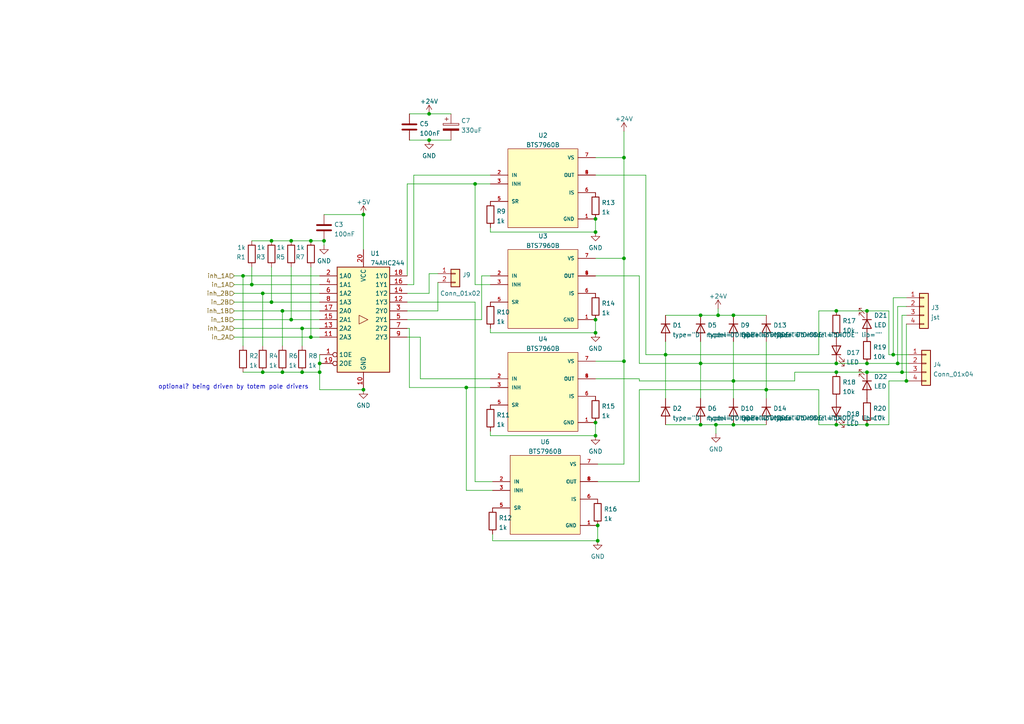
<source format=kicad_sch>
(kicad_sch (version 20230121) (generator eeschema)
  (paper "A4")
  (lib_symbols
    (symbol "74xx:74AHC244"
      (property "Reference" "U" (at -7.62 16.51 0))
      (property "Value" "74AHC244" (at -7.62 -16.51 0))
      (symbol "74AHC244_1_0"
        (polyline (pts (xy 1.27 0) (xy -1.27 1.27) (xy -1.27 -1.27) (xy 1.27 0)) (stroke (width 0.1524)))
        (pin input inverted (at -12.7 -10.16 0) (length 5.08) (name "1OE") (number "1"))
        (pin power_in line (at 0 -20.32 90) (length 5.08) (name "GND") (number "10"))
        (pin input line (at -12.7 -5.08 0) (length 5.08) (name "2A3") (number "11"))
        (pin tri_state line (at 12.7 5.08 180) (length 5.08) (name "1Y3") (number "12"))
        (pin input line (at -12.7 -2.54 0) (length 5.08) (name "2A2") (number "13"))
        (pin tri_state line (at 12.7 7.62 180) (length 5.08) (name "1Y2") (number "14"))
        (pin input line (at -12.7 0 0) (length 5.08) (name "2A1") (number "15"))
        (pin tri_state line (at 12.7 10.16 180) (length 5.08) (name "1Y1") (number "16"))
        (pin input line (at -12.7 2.54 0) (length 5.08) (name "2A0") (number "17"))
        (pin tri_state line (at 12.7 12.7 180) (length 5.08) (name "1Y0") (number "18"))
        (pin input inverted (at -12.7 -12.7 0) (length 5.08) (name "2OE") (number "19"))
        (pin input line (at -12.7 12.7 0) (length 5.08) (name "1A0") (number "2"))
        (pin power_in line (at 0 20.32 270) (length 5.08) (name "VCC") (number "20"))
        (pin tri_state line (at 12.7 2.54 180) (length 5.08) (name "2Y0") (number "3"))
        (pin input line (at -12.7 10.16 0) (length 5.08) (name "1A1") (number "4"))
        (pin tri_state line (at 12.7 0 180) (length 5.08) (name "2Y1") (number "5"))
        (pin input line (at -12.7 7.62 0) (length 5.08) (name "1A2") (number "6"))
        (pin tri_state line (at 12.7 -2.54 180) (length 5.08) (name "2Y2") (number "7"))
        (pin input line (at -12.7 5.08 0) (length 5.08) (name "1A3") (number "8"))
        (pin tri_state line (at 12.7 -5.08 180) (length 5.08) (name "2Y3") (number "9"))
      )
      (symbol "74AHC244_1_1"
        (rectangle (start -7.62 15.24) (end 7.62 -15.24) (stroke (width 0.254)) (fill (type background)))
      )
    )
    (symbol "Connector_Generic:Conn_01x02" (pin_names (offset 1.016) hide)
      (property "Reference" "J" (at 0 2.54 0))
      (property "Value" "Conn_01x02" (at 0 -5.08 0))
      (symbol "Conn_01x02_1_1"
        (rectangle (start -1.27 -2.413) (end 0 -2.667) (stroke (width 0.1524)))
        (rectangle (start -1.27 0.127) (end 0 -0.127) (stroke (width 0.1524)))
        (rectangle (start -1.27 1.27) (end 1.27 -3.81) (stroke (width 0.254)) (fill (type background)))
        (pin passive line (at -5.08 0 0) (length 3.81) (name "Pin_1") (number "1"))
        (pin passive line (at -5.08 -2.54 0) (length 3.81) (name "Pin_2") (number "2"))
      )
    )
    (symbol "Connector_Generic:Conn_01x04" (pin_names (offset 1.016) hide)
      (property "Reference" "J" (at 0 5.08 0))
      (property "Value" "Conn_01x04" (at 0 -7.62 0))
      (symbol "Conn_01x04_1_1"
        (rectangle (start -1.27 -4.953) (end 0 -5.207) (stroke (width 0.1524)))
        (rectangle (start -1.27 -2.413) (end 0 -2.667) (stroke (width 0.1524)))
        (rectangle (start -1.27 0.127) (end 0 -0.127) (stroke (width 0.1524)))
        (rectangle (start -1.27 2.667) (end 0 2.413) (stroke (width 0.1524)))
        (rectangle (start -1.27 3.81) (end 1.27 -6.35) (stroke (width 0.254)) (fill (type background)))
        (pin passive line (at -5.08 2.54 0) (length 3.81) (name "Pin_1") (number "1"))
        (pin passive line (at -5.08 0 0) (length 3.81) (name "Pin_2") (number "2"))
        (pin passive line (at -5.08 -2.54 0) (length 3.81) (name "Pin_3") (number "3"))
        (pin passive line (at -5.08 -5.08 0) (length 3.81) (name "Pin_4") (number "4"))
      )
    )
    (symbol "Device:C" (pin_numbers hide) (pin_names (offset 0.254))
      (property "Reference" "C" (at 0.635 2.54 0))
      (property "Value" "C" (at 0.635 -2.54 0))
      (symbol "C_0_1"
        (polyline (pts (xy -2.032 -0.762) (xy 2.032 -0.762)) (stroke (width 0.508)))
        (polyline (pts (xy -2.032 0.762) (xy 2.032 0.762)) (stroke (width 0.508)))
      )
      (symbol "C_1_1"
        (pin passive line (at 0 3.81 270) (length 2.794) (name "~") (number "1"))
        (pin passive line (at 0 -3.81 90) (length 2.794) (name "~") (number "2"))
      )
    )
    (symbol "Device:C_Polarized" (pin_numbers hide) (pin_names (offset 0.254))
      (property "Reference" "C" (at 0.635 2.54 0))
      (property "Value" "C_Polarized" (at 0.635 -2.54 0))
      (symbol "C_Polarized_0_1"
        (rectangle (start -2.286 0.508) (end 2.286 1.016))
        (polyline (pts (xy -1.778 2.286) (xy -0.762 2.286)))
        (polyline (pts (xy -1.27 2.794) (xy -1.27 1.778)))
        (rectangle (start 2.286 -0.508) (end -2.286 -1.016) (fill (type outline)))
      )
      (symbol "C_Polarized_1_1"
        (pin passive line (at 0 3.81 270) (length 2.794) (name "~") (number "1"))
        (pin passive line (at 0 -3.81 90) (length 2.794) (name "~") (number "2"))
      )
    )
    (symbol "Device:LED" (pin_numbers hide) (pin_names (offset 1.016) hide)
      (property "Reference" "D" (at 0 2.54 0))
      (property "Value" "LED" (at 0 -2.54 0))
      (symbol "LED_0_1"
        (polyline (pts (xy -1.27 -1.27) (xy -1.27 1.27)) (stroke (width 0.254)))
        (polyline (pts (xy -1.27 0) (xy 1.27 0)))
        (polyline (pts (xy 1.27 -1.27) (xy 1.27 1.27) (xy -1.27 0) (xy 1.27 -1.27)) (stroke (width 0.254)))
        (polyline (pts (xy -3.048 -0.762) (xy -4.572 -2.286) (xy -3.81 -2.286) (xy -4.572 -2.286) (xy -4.572 -1.524)))
        (polyline (pts (xy -1.778 -0.762) (xy -3.302 -2.286) (xy -2.54 -2.286) (xy -3.302 -2.286) (xy -3.302 -1.524)))
      )
      (symbol "LED_1_1"
        (pin passive line (at -3.81 0 0) (length 2.54) (name "K") (number "1"))
        (pin passive line (at 3.81 0 180) (length 2.54) (name "A") (number "2"))
      )
    )
    (symbol "Device:R" (pin_numbers hide) (pin_names (offset 0))
      (property "Reference" "R" (at 2.032 0 90))
      (property "Value" "R" (at 0 0 90))
      (symbol "R_0_1"
        (rectangle (start -1.016 -2.54) (end 1.016 2.54) (stroke (width 0.254)))
      )
      (symbol "R_1_1"
        (pin passive line (at 0 3.81 270) (length 1.27) (name "~") (number "1"))
        (pin passive line (at 0 -3.81 90) (length 1.27) (name "~") (number "2"))
      )
    )
    (symbol "Evan's misc parts:BTS7960B" (pin_names (offset 1.016))
      (property "Reference" "U" (at -10.16 10.922 0))
      (property "Value" "BTS7960B" (at -10.16 -15.24 0))
      (symbol "BTS7960B_0_0"
        (rectangle (start -10.16 -12.7) (end 10.16 10.16) (stroke (width 0.1524)) (fill (type background)))
        (pin power_in line (at 15.24 -10.16 180) (length 5.08) (name "GND") (number "1"))
        (pin input line (at -15.24 2.54 0) (length 5.08) (name "IN") (number "2"))
        (pin input line (at -15.24 0 0) (length 5.08) (name "INH") (number "3"))
        (pin output line (at 15.24 2.54 180) (length 5.08) (name "OUT") (number "4"))
        (pin input line (at -15.24 -5.08 0) (length 5.08) (name "SR") (number "5"))
        (pin output line (at 15.24 -2.54 180) (length 5.08) (name "IS") (number "6"))
        (pin power_in line (at 15.24 7.62 180) (length 5.08) (name "VS") (number "7"))
        (pin output line (at 15.24 2.54 180) (length 5.08) (name "OUT") (number "8"))
      )
    )
    (symbol "Simulation_SPICE:DIODE" (pin_numbers hide) (pin_names (offset 1.016) hide)
      (property "Reference" "D" (at 0 2.54 0))
      (property "Value" "DIODE" (at 0 -2.54 0))
      (symbol "DIODE_0_1"
        (polyline (pts (xy 1.27 0) (xy -1.27 0)))
        (polyline (pts (xy 1.27 1.27) (xy 1.27 -1.27)) (stroke (width 0.254)))
        (polyline (pts (xy -1.27 -1.27) (xy -1.27 1.27) (xy 1.27 0) (xy -1.27 -1.27)) (stroke (width 0.254)))
      )
      (symbol "DIODE_1_1"
        (pin passive line (at -3.81 0 0) (length 2.54) (name "A") (number "1"))
        (pin passive line (at 3.81 0 180) (length 2.54) (name "K") (number "2"))
      )
    )
    (symbol "power:+24V" (power) (pin_names (offset 0))
      (property "Value" "+24V" (at 0 3.556 0))
      (symbol "+24V_0_1"
        (polyline (pts (xy -0.762 1.27) (xy 0 2.54)))
        (polyline (pts (xy 0 0) (xy 0 2.54)))
        (polyline (pts (xy 0 2.54) (xy 0.762 1.27)))
      )
      (symbol "+24V_1_1"
        (pin power_in line (at 0 0 90) (length 0) hide (name "+24V") (number "1"))
      )
    )
    (symbol "power:+5V" (power) (pin_names (offset 0))
      (property "Value" "+5V" (at 0 3.556 0))
      (symbol "+5V_0_1"
        (polyline (pts (xy -0.762 1.27) (xy 0 2.54)))
        (polyline (pts (xy 0 0) (xy 0 2.54)))
        (polyline (pts (xy 0 2.54) (xy 0.762 1.27)))
      )
      (symbol "+5V_1_1"
        (pin power_in line (at 0 0 90) (length 0) hide (name "+5V") (number "1"))
      )
    )
    (symbol "power:GND" (power) (pin_names (offset 0))
      (property "Value" "GND" (at 0 -3.81 0))
      (symbol "GND_0_1"
        (polyline (pts (xy 0 0) (xy 0 -1.27) (xy 1.27 -1.27) (xy 0 -2.54) (xy -1.27 -1.27) (xy 0 -1.27)))
      )
      (symbol "GND_1_1"
        (pin power_in line (at 0 0 270) (length 0) hide (name "GND") (number "1"))
      )
    )
  )
  (junction (at 260.35 105.41))
  (junction (at 90.17 97.79))
  (junction (at 92.71 107.95))
  (junction (at 180.975 74.93))
  (junction (at 208.28 91.44))
  (junction (at 212.725 110.49))
  (junction (at 242.57 105.41))
  (junction (at 172.72 126.365))
  (junction (at 193.04 102.87))
  (junction (at 84.455 92.71))
  (junction (at 172.72 63.5))
  (junction (at 137.795 53.34))
  (junction (at 212.725 123.19))
  (junction (at 251.46 107.95))
  (junction (at 222.25 113.03))
  (junction (at 212.725 91.44))
  (junction (at 105.41 113.03))
  (junction (at 251.46 90.17))
  (junction (at 207.645 123.19))
  (junction (at 172.72 96.52))
  (junction (at 81.915 107.95))
  (junction (at 242.57 123.19))
  (junction (at 78.74 87.63))
  (junction (at 93.98 69.85))
  (junction (at 203.2 91.44))
  (junction (at 173.355 156.845))
  (junction (at 251.46 105.41))
  (junction (at 90.17 69.85))
  (junction (at 124.46 40.64))
  (junction (at 242.57 107.95))
  (junction (at 259.08 102.87))
  (junction (at 180.975 104.775))
  (junction (at 92.71 105.41))
  (junction (at 124.46 33.02))
  (junction (at 87.63 95.25))
  (junction (at 70.485 80.01))
  (junction (at 242.57 90.17))
  (junction (at 261.62 107.95))
  (junction (at 172.72 122.555))
  (junction (at 84.455 69.85))
  (junction (at 135.255 112.395))
  (junction (at 81.915 90.17))
  (junction (at 87.63 107.95))
  (junction (at 76.2 107.95))
  (junction (at 76.2 85.09))
  (junction (at 203.2 123.19))
  (junction (at 251.46 123.19))
  (junction (at 172.72 67.31))
  (junction (at 173.355 152.4))
  (junction (at 203.2 105.41))
  (junction (at 105.41 62.23))
  (junction (at 262.89 110.49))
  (junction (at 73.025 82.55))
  (junction (at 180.975 45.72))
  (junction (at 78.74 69.85))
  (junction (at 172.72 92.71))
  (wire (pts (xy 76.2 85.09) (xy 92.71 85.09)))
  (wire (pts (xy 251.46 90.17) (xy 242.57 90.17)))
  (wire (pts (xy 142.875 142.24) (xy 135.255 142.24)))
  (wire (pts (xy 261.62 107.95) (xy 263.525 107.95)))
  (wire (pts (xy 237.49 113.03) (xy 237.49 123.19)))
  (wire (pts (xy 230.505 110.49) (xy 230.505 107.95)))
  (wire (pts (xy 67.945 82.55) (xy 73.025 82.55)))
  (wire (pts (xy 67.945 95.25) (xy 87.63 95.25)))
  (wire (pts (xy 118.745 112.395) (xy 135.255 112.395)))
  (wire (pts (xy 257.81 110.49) (xy 262.89 110.49)))
  (wire (pts (xy 81.915 107.95) (xy 87.63 107.95)))
  (wire (pts (xy 118.11 85.09) (xy 124.46 85.09)))
  (wire (pts (xy 242.57 105.41) (xy 251.46 105.41)))
  (wire (pts (xy 193.04 99.06) (xy 193.04 102.87)))
  (wire (pts (xy 262.89 91.44) (xy 261.62 91.44)))
  (wire (pts (xy 118.11 80.01) (xy 118.11 53.34)))
  (wire (pts (xy 142.24 67.31) (xy 172.72 67.31)))
  (wire (pts (xy 193.04 91.44) (xy 203.2 91.44)))
  (wire (pts (xy 90.17 69.85) (xy 84.455 69.85)))
  (wire (pts (xy 139.7 80.01) (xy 139.7 92.71)))
  (wire (pts (xy 212.725 110.49) (xy 212.725 115.57)))
  (wire (pts (xy 70.485 80.01) (xy 70.485 100.33)))
  (wire (pts (xy 262.89 93.98) (xy 262.89 110.49)))
  (wire (pts (xy 67.945 97.79) (xy 90.17 97.79)))
  (wire (pts (xy 137.795 87.63) (xy 137.795 139.7)))
  (wire (pts (xy 92.71 107.95) (xy 92.71 113.03)))
  (wire (pts (xy 87.63 107.95) (xy 92.71 107.95)))
  (wire (pts (xy 172.72 45.72) (xy 180.975 45.72)))
  (wire (pts (xy 118.745 95.25) (xy 118.745 112.395)))
  (wire (pts (xy 222.25 113.03) (xy 237.49 113.03)))
  (wire (pts (xy 262.89 88.9) (xy 260.35 88.9)))
  (wire (pts (xy 237.49 90.17) (xy 237.49 102.87)))
  (wire (pts (xy 90.17 69.85) (xy 93.98 69.85)))
  (wire (pts (xy 67.945 90.17) (xy 81.915 90.17)))
  (wire (pts (xy 120.015 82.55) (xy 118.11 82.55)))
  (wire (pts (xy 185.42 80.01) (xy 185.42 105.41)))
  (wire (pts (xy 207.645 125.73) (xy 207.645 123.19)))
  (wire (pts (xy 84.455 92.71) (xy 92.71 92.71)))
  (wire (pts (xy 212.725 91.44) (xy 222.25 91.44)))
  (wire (pts (xy 139.7 80.01) (xy 142.24 80.01)))
  (wire (pts (xy 260.35 105.41) (xy 263.525 105.41)))
  (wire (pts (xy 173.355 134.62) (xy 180.975 134.62)))
  (wire (pts (xy 259.08 102.87) (xy 257.81 102.87)))
  (wire (pts (xy 118.11 95.25) (xy 118.745 95.25)))
  (wire (pts (xy 173.355 156.845) (xy 173.355 152.4)))
  (wire (pts (xy 142.875 154.94) (xy 142.875 156.845)))
  (wire (pts (xy 203.2 123.19) (xy 207.645 123.19)))
  (wire (pts (xy 139.7 92.71) (xy 118.11 92.71)))
  (wire (pts (xy 185.42 109.855) (xy 185.42 110.49)))
  (wire (pts (xy 76.2 100.33) (xy 76.2 85.09)))
  (wire (pts (xy 172.72 67.31) (xy 172.72 63.5)))
  (wire (pts (xy 203.2 105.41) (xy 203.2 115.57)))
  (wire (pts (xy 76.2 107.95) (xy 81.915 107.95)))
  (wire (pts (xy 124.46 40.64) (xy 130.81 40.64)))
  (wire (pts (xy 127 90.17) (xy 118.11 90.17)))
  (wire (pts (xy 137.795 82.55) (xy 137.795 53.34)))
  (wire (pts (xy 180.975 74.93) (xy 180.975 104.775)))
  (wire (pts (xy 257.81 123.19) (xy 257.81 110.49)))
  (wire (pts (xy 262.89 110.49) (xy 263.525 110.49)))
  (wire (pts (xy 230.505 107.95) (xy 242.57 107.95)))
  (wire (pts (xy 118.745 33.02) (xy 124.46 33.02)))
  (wire (pts (xy 172.72 74.93) (xy 180.975 74.93)))
  (wire (pts (xy 137.795 53.34) (xy 142.24 53.34)))
  (wire (pts (xy 118.11 87.63) (xy 137.795 87.63)))
  (wire (pts (xy 67.945 87.63) (xy 78.74 87.63)))
  (wire (pts (xy 124.46 85.09) (xy 124.46 79.375)))
  (wire (pts (xy 124.46 79.375) (xy 127 79.375)))
  (wire (pts (xy 142.24 125.095) (xy 142.24 126.365)))
  (wire (pts (xy 135.255 142.24) (xy 135.255 112.395)))
  (wire (pts (xy 185.42 110.49) (xy 212.725 110.49)))
  (wire (pts (xy 185.42 139.7) (xy 185.42 113.03)))
  (wire (pts (xy 92.71 102.87) (xy 92.71 105.41)))
  (wire (pts (xy 222.25 99.06) (xy 222.25 113.03)))
  (wire (pts (xy 242.57 90.17) (xy 237.49 90.17)))
  (wire (pts (xy 242.57 123.19) (xy 251.46 123.19)))
  (wire (pts (xy 118.11 53.34) (xy 137.795 53.34)))
  (wire (pts (xy 70.485 107.95) (xy 76.2 107.95)))
  (wire (pts (xy 212.725 99.06) (xy 212.725 110.49)))
  (wire (pts (xy 73.025 77.47) (xy 73.025 82.55)))
  (wire (pts (xy 142.875 156.845) (xy 173.355 156.845)))
  (wire (pts (xy 193.04 102.87) (xy 193.04 115.57)))
  (wire (pts (xy 172.72 96.52) (xy 172.72 92.71)))
  (wire (pts (xy 142.24 96.52) (xy 172.72 96.52)))
  (wire (pts (xy 142.24 82.55) (xy 137.795 82.55)))
  (wire (pts (xy 180.975 38.1) (xy 180.975 45.72)))
  (wire (pts (xy 172.72 104.775) (xy 180.975 104.775)))
  (wire (pts (xy 257.81 90.17) (xy 251.46 90.17)))
  (wire (pts (xy 73.025 82.55) (xy 92.71 82.55)))
  (wire (pts (xy 105.41 62.23) (xy 93.98 62.23)))
  (wire (pts (xy 193.04 123.19) (xy 203.2 123.19)))
  (wire (pts (xy 251.46 105.41) (xy 260.35 105.41)))
  (wire (pts (xy 120.015 50.8) (xy 142.24 50.8)))
  (wire (pts (xy 180.975 104.775) (xy 180.975 134.62)))
  (wire (pts (xy 121.92 109.855) (xy 142.24 109.855)))
  (wire (pts (xy 262.89 86.36) (xy 259.08 86.36)))
  (wire (pts (xy 78.74 77.47) (xy 78.74 87.63)))
  (wire (pts (xy 90.17 97.79) (xy 92.71 97.79)))
  (wire (pts (xy 118.11 97.79) (xy 121.92 97.79)))
  (wire (pts (xy 203.2 99.06) (xy 203.2 105.41)))
  (wire (pts (xy 212.725 110.49) (xy 230.505 110.49)))
  (wire (pts (xy 208.28 89.535) (xy 208.28 91.44)))
  (wire (pts (xy 118.745 40.64) (xy 124.46 40.64)))
  (wire (pts (xy 172.72 50.8) (xy 187.325 50.8)))
  (wire (pts (xy 67.945 80.01) (xy 70.485 80.01)))
  (wire (pts (xy 87.63 95.25) (xy 92.71 95.25)))
  (wire (pts (xy 124.46 33.02) (xy 130.81 33.02)))
  (wire (pts (xy 81.915 90.17) (xy 81.915 100.33)))
  (wire (pts (xy 222.25 113.03) (xy 222.25 115.57)))
  (wire (pts (xy 251.46 123.19) (xy 257.81 123.19)))
  (wire (pts (xy 187.325 50.8) (xy 187.325 102.87)))
  (wire (pts (xy 261.62 91.44) (xy 261.62 107.95)))
  (wire (pts (xy 93.98 69.85) (xy 93.98 71.12)))
  (wire (pts (xy 237.49 123.19) (xy 242.57 123.19)))
  (wire (pts (xy 172.72 109.855) (xy 185.42 109.855)))
  (wire (pts (xy 84.455 69.85) (xy 78.74 69.85)))
  (wire (pts (xy 142.24 126.365) (xy 172.72 126.365)))
  (wire (pts (xy 137.795 139.7) (xy 142.875 139.7)))
  (wire (pts (xy 251.46 107.95) (xy 261.62 107.95)))
  (wire (pts (xy 121.92 97.79) (xy 121.92 109.855)))
  (wire (pts (xy 263.525 102.87) (xy 259.08 102.87)))
  (wire (pts (xy 203.2 105.41) (xy 242.57 105.41)))
  (wire (pts (xy 173.355 139.7) (xy 185.42 139.7)))
  (wire (pts (xy 70.485 80.01) (xy 92.71 80.01)))
  (wire (pts (xy 92.71 105.41) (xy 92.71 107.95)))
  (wire (pts (xy 237.49 102.87) (xy 193.04 102.87)))
  (wire (pts (xy 84.455 77.47) (xy 84.455 92.71)))
  (wire (pts (xy 135.255 112.395) (xy 142.24 112.395)))
  (wire (pts (xy 180.975 45.72) (xy 180.975 74.93)))
  (wire (pts (xy 92.71 113.03) (xy 105.41 113.03)))
  (wire (pts (xy 260.35 88.9) (xy 260.35 105.41)))
  (wire (pts (xy 120.015 50.8) (xy 120.015 82.55)))
  (wire (pts (xy 259.08 86.36) (xy 259.08 102.87)))
  (wire (pts (xy 203.2 91.44) (xy 208.28 91.44)))
  (wire (pts (xy 78.74 87.63) (xy 92.71 87.63)))
  (wire (pts (xy 208.28 91.44) (xy 212.725 91.44)))
  (wire (pts (xy 78.74 69.85) (xy 73.025 69.85)))
  (wire (pts (xy 142.24 95.25) (xy 142.24 96.52)))
  (wire (pts (xy 105.41 72.39) (xy 105.41 62.23)))
  (wire (pts (xy 242.57 107.95) (xy 251.46 107.95)))
  (wire (pts (xy 127 81.915) (xy 127 90.17)))
  (wire (pts (xy 67.945 85.09) (xy 76.2 85.09)))
  (wire (pts (xy 207.645 123.19) (xy 212.725 123.19)))
  (wire (pts (xy 142.24 66.04) (xy 142.24 67.31)))
  (wire (pts (xy 212.725 123.19) (xy 222.25 123.19)))
  (wire (pts (xy 81.915 90.17) (xy 92.71 90.17)))
  (wire (pts (xy 187.325 102.87) (xy 193.04 102.87)))
  (wire (pts (xy 185.42 105.41) (xy 203.2 105.41)))
  (wire (pts (xy 257.81 102.87) (xy 257.81 90.17)))
  (wire (pts (xy 90.17 77.47) (xy 90.17 97.79)))
  (wire (pts (xy 185.42 113.03) (xy 222.25 113.03)))
  (wire (pts (xy 172.72 126.365) (xy 172.72 122.555)))
  (wire (pts (xy 172.72 80.01) (xy 185.42 80.01)))
  (wire (pts (xy 87.63 95.25) (xy 87.63 100.33)))
  (wire (pts (xy 67.945 92.71) (xy 84.455 92.71)))
  (text "optional? being driven by totem pole drivers" (at 89.535 113.03 0) (effects (font (size 1.27 1.27)) (justify right bottom)))
  (hierarchical_label "in_2A" (shape input) (at 67.945 97.79 180))
  (hierarchical_label "in_2B" (shape input) (at 67.945 87.63 180))
  (hierarchical_label "inh_2A" (shape input) (at 67.945 95.25 180))
  (hierarchical_label "inh_2B" (shape input) (at 67.945 85.09 180))
  (hierarchical_label "inh_1A" (shape input) (at 67.945 80.01 180))
  (hierarchical_label "inh_1B" (shape input) (at 67.945 90.17 180))
  (hierarchical_label "in_1A" (shape input) (at 67.945 82.55 180))
  (hierarchical_label "in_1B" (shape input) (at 67.945 92.71 180))
  (symbol (lib_id "Simulation_SPICE:DIODE") (at 212.725 95.25 90) (unit 1)
    (property "Reference" "D9" (at 214.757 94.3415 90) (effects (justify right)))
    (property "Value" "${SIM.PARAMS}" (at 214.757 97.1166 90) (effects (justify right)))
    (property "Footprint" "Diode_SMD:D_SMA" (effects hide))
    (property "Sim.Device" "SPICE" (effects hide))
    (property "Sim.Params" "type=\"D\" model=\"DIODE\" lib=\"\"" (effects hide))
    (property "Sim.Pins" "1=1 2=2" (effects hide))
  )
  (symbol (lib_id "Device:LED") (at 242.57 101.6 90) (unit 1)
    (property "Reference" "D17" (at 245.491 102.279 90) (effects (justify right)))
    (property "Value" "LED" (at 245.491 105.0541 90) (effects (justify right)))
    (property "Footprint" "LED_SMD:LED_0603_1608Metric" (effects hide))
  )
  (symbol (lib_id "Simulation_SPICE:DIODE") (at 212.725 119.38 90) (unit 1)
    (property "Reference" "D10" (at 214.757 118.4715 90) (effects (justify right)))
    (property "Value" "${SIM.PARAMS}" (at 214.757 121.2466 90) (effects (justify right)))
    (property "Footprint" "Diode_SMD:D_SMA" (effects hide))
    (property "Sim.Device" "SPICE" (effects hide))
    (property "Sim.Params" "type=\"D\" model=\"DIODE\" lib=\"\"" (effects hide))
    (property "Sim.Pins" "1=1 2=2" (effects hide))
  )
  (symbol (lib_id "Device:LED") (at 251.46 93.98 270) (unit 1)
    (property "Reference" "D21" (at 253.492 91.484 90) (effects (justify left)))
    (property "Value" "LED" (at 253.492 94.2591 90) (effects (justify left)))
    (property "Footprint" "LED_SMD:LED_0603_1608Metric" (effects hide))
  )
  (symbol (lib_id "Device:R") (at 78.74 73.66 180) (unit 1)
    (property "Reference" "R3" (at 76.962 74.5685 0) (effects (justify left)))
    (property "Value" "1k" (at 76.962 71.7934 0) (effects (justify left)))
    (property "Footprint" "Resistor_SMD:R_0603_1608Metric" (effects hide))
  )
  (symbol (lib_id "Device:R") (at 172.72 118.745 0) (unit 1)
    (property "Reference" "R15" (at 174.498 117.8365 0) (effects (justify left)))
    (property "Value" "1k" (at 174.498 120.6116 0) (effects (justify left)))
    (property "Footprint" "Resistor_SMD:R_0603_1608Metric" (effects hide))
  )
  (symbol (lib_id "power:GND") (at 172.72 96.52 0) (unit 1)
    (property "Reference" "#PWR017" (effects hide))
    (property "Value" "GND" (at 172.72 101.0825 0))
  )
  (symbol (lib_id "Device:R") (at 251.46 119.38 0) (unit 1)
    (property "Reference" "R20" (at 253.238 118.4715 0) (effects (justify left)))
    (property "Value" "10k" (at 253.238 121.2466 0) (effects (justify left)))
    (property "Footprint" "Resistor_SMD:R_0603_1608Metric" (effects hide))
  )
  (symbol (lib_id "Device:R") (at 87.63 104.14 0) (unit 1)
    (property "Reference" "R8" (at 89.408 103.2315 0) (effects (justify left)))
    (property "Value" "1k" (at 89.408 106.0066 0) (effects (justify left)))
    (property "Footprint" "Resistor_SMD:R_0603_1608Metric" (effects hide))
  )
  (symbol (lib_id "Device:R") (at 142.24 62.23 0) (unit 1)
    (property "Reference" "R9" (at 144.018 61.3215 0) (effects (justify left)))
    (property "Value" "1k" (at 144.018 64.0966 0) (effects (justify left)))
    (property "Footprint" "Resistor_SMD:R_0603_1608Metric" (effects hide))
  )
  (symbol (lib_id "Device:C") (at 118.745 36.83 0) (unit 1)
    (property "Reference" "C5" (at 121.666 35.9215 0) (effects (justify left)))
    (property "Value" "100nF" (at 121.666 38.6966 0) (effects (justify left)))
    (property "Footprint" "Capacitor_SMD:C_0603_1608Metric" (effects hide))
  )
  (symbol (lib_id "Device:C_Polarized") (at 130.81 36.83 0) (unit 1)
    (property "Reference" "C7" (at 133.731 35.0325 0) (effects (justify left)))
    (property "Value" "330uF" (at 133.731 37.8076 0) (effects (justify left)))
    (property "Footprint" "Capacitor_THT:CP_Radial_D10.0mm_P5.00mm" (effects hide))
  )
  (symbol (lib_id "Evan's misc parts:BTS7960B") (at 157.48 112.395 0) (unit 1)
    (property "Reference" "U4" (at 157.48 98.3193 0))
    (property "Value" "BTS7960B" (at 157.48 101.0944 0))
    (property "Footprint" "Evan's misc parts:DPAK127P1490X440-8N" (effects hide))
    (property "MAXIMUM_PACKAGE_HEIGHT" "4.4mm" (effects hide))
    (property "MANUFACTURER" "Infineon" (effects hide))
    (property "STANDARD" "IPC-7351B" (effects hide))
    (property "PARTREV" "1.1" (effects hide))
  )
  (symbol (lib_id "power:GND") (at 172.72 67.31 0) (unit 1)
    (property "Reference" "#PWR09" (effects hide))
    (property "Value" "GND" (at 172.72 71.8725 0))
  )
  (symbol (lib_id "power:GND") (at 172.72 126.365 0) (unit 1)
    (property "Reference" "#PWR019" (effects hide))
    (property "Value" "GND" (at 172.72 130.9275 0))
  )
  (symbol (lib_id "power:GND") (at 124.46 40.64 0) (unit 1)
    (property "Reference" "#PWR07" (effects hide))
    (property "Value" "GND" (at 124.46 45.2025 0))
  )
  (symbol (lib_id "Device:R") (at 73.025 73.66 180) (unit 1)
    (property "Reference" "R1" (at 71.247 74.5685 0) (effects (justify left)))
    (property "Value" "1k" (at 71.247 71.7934 0) (effects (justify left)))
    (property "Footprint" "Resistor_SMD:R_0603_1608Metric" (effects hide))
  )
  (symbol (lib_id "Evan's misc parts:BTS7960B") (at 157.48 53.34 0) (unit 1)
    (property "Reference" "U2" (at 157.48 39.2643 0))
    (property "Value" "BTS7960B" (at 157.48 42.0394 0))
    (property "Footprint" "Evan's misc parts:DPAK127P1490X440-8N" (effects hide))
    (property "MAXIMUM_PACKAGE_HEIGHT" "4.4mm" (effects hide))
    (property "MANUFACTURER" "Infineon" (effects hide))
    (property "STANDARD" "IPC-7351B" (effects hide))
    (property "PARTREV" "1.1" (effects hide))
  )
  (symbol (lib_id "Device:R") (at 142.24 91.44 0) (unit 1)
    (property "Reference" "R10" (at 144.018 90.5315 0) (effects (justify left)))
    (property "Value" "1k" (at 144.018 93.3066 0) (effects (justify left)))
    (property "Footprint" "Resistor_SMD:R_0603_1608Metric" (effects hide))
  )
  (symbol (lib_id "Simulation_SPICE:DIODE") (at 203.2 119.38 90) (unit 1)
    (property "Reference" "D6" (at 205.232 118.4715 90) (effects (justify right)))
    (property "Value" "${SIM.PARAMS}" (at 205.232 121.2466 90) (effects (justify right)))
    (property "Footprint" "Diode_SMD:D_SMA" (effects hide))
    (property "Sim.Device" "SPICE" (effects hide))
    (property "Sim.Params" "type=\"D\" model=\"DIODE\" lib=\"\"" (effects hide))
    (property "Sim.Pins" "1=1 2=2" (effects hide))
  )
  (symbol (lib_id "power:GND") (at 207.645 125.73 0) (unit 1)
    (property "Reference" "#PWR022" (effects hide))
    (property "Value" "GND" (at 207.645 130.2925 0))
  )
  (symbol (lib_id "Evan's misc parts:BTS7960B") (at 158.115 142.24 0) (unit 1)
    (property "Reference" "U6" (at 158.115 128.1643 0))
    (property "Value" "BTS7960B" (at 158.115 130.9394 0))
    (property "Footprint" "Evan's misc parts:DPAK127P1490X440-8N" (effects hide))
    (property "MAXIMUM_PACKAGE_HEIGHT" "4.4mm" (effects hide))
    (property "MANUFACTURER" "Infineon" (effects hide))
    (property "STANDARD" "IPC-7351B" (effects hide))
    (property "PARTREV" "1.1" (effects hide))
  )
  (symbol (lib_id "power:GND") (at 93.98 71.12 0) (unit 1)
    (property "Reference" "#PWR01" (effects hide))
    (property "Value" "GND" (at 93.98 75.6825 0))
  )
  (symbol (lib_id "Device:R") (at 84.455 73.66 180) (unit 1)
    (property "Reference" "R5" (at 82.677 74.5685 0) (effects (justify left)))
    (property "Value" "1k" (at 82.677 71.7934 0) (effects (justify left)))
    (property "Footprint" "Resistor_SMD:R_0603_1608Metric" (effects hide))
  )
  (symbol (lib_id "Simulation_SPICE:DIODE") (at 222.25 95.25 90) (unit 1)
    (property "Reference" "D13" (at 224.282 94.3415 90) (effects (justify right)))
    (property "Value" "${SIM.PARAMS}" (at 224.282 97.1166 90) (effects (justify right)))
    (property "Footprint" "Diode_SMD:D_SMA" (effects hide))
    (property "Sim.Device" "SPICE" (effects hide))
    (property "Sim.Params" "type=\"D\" model=\"DIODE\" lib=\"\"" (effects hide))
    (property "Sim.Pins" "1=1 2=2" (effects hide))
  )
  (symbol (lib_id "Device:R") (at 142.875 151.13 0) (unit 1)
    (property "Reference" "R12" (at 144.653 150.2215 0) (effects (justify left)))
    (property "Value" "1k" (at 144.653 152.9966 0) (effects (justify left)))
    (property "Footprint" "Resistor_SMD:R_0603_1608Metric" (effects hide))
  )
  (symbol (lib_id "Device:R") (at 251.46 101.6 0) (unit 1)
    (property "Reference" "R19" (at 253.238 100.6915 0) (effects (justify left)))
    (property "Value" "10k" (at 253.238 103.4666 0) (effects (justify left)))
    (property "Footprint" "Resistor_SMD:R_0603_1608Metric" (effects hide))
  )
  (symbol (lib_id "74xx:74AHC244") (at 105.41 92.71 0) (unit 1)
    (property "Reference" "U1" (at 107.4294 73.5035 0) (effects (justify left)))
    (property "Value" "74AHC244" (at 107.4294 76.2786 0) (effects (justify left)))
    (property "Footprint" "Package_SO:SOIC-20W_7.5x12.8mm_P1.27mm" (effects hide))
    (property "Datasheet" "https://assets.nexperia.com/documents/data-sheet/74AHC_AHCT244.pdf" (effects hide))
  )
  (symbol (lib_id "Device:R") (at 172.72 88.9 0) (unit 1)
    (property "Reference" "R14" (at 174.498 87.9915 0) (effects (justify left)))
    (property "Value" "1k" (at 174.498 90.7666 0) (effects (justify left)))
    (property "Footprint" "Resistor_SMD:R_0603_1608Metric" (effects hide))
  )
  (symbol (lib_id "power:GND") (at 173.355 156.845 0) (unit 1)
    (property "Reference" "#PWR020" (effects hide))
    (property "Value" "GND" (at 173.355 161.4075 0))
  )
  (symbol (lib_id "Simulation_SPICE:DIODE") (at 203.2 95.25 90) (unit 1)
    (property "Reference" "D5" (at 205.232 94.3415 90) (effects (justify right)))
    (property "Value" "${SIM.PARAMS}" (at 205.232 97.1166 90) (effects (justify right)))
    (property "Footprint" "Diode_SMD:D_SMA" (effects hide))
    (property "Sim.Device" "SPICE" (effects hide))
    (property "Sim.Params" "type=\"D\" model=\"DIODE\" lib=\"\"" (effects hide))
    (property "Sim.Pins" "1=1 2=2" (effects hide))
  )
  (symbol (lib_id "Connector_Generic:Conn_01x02") (at 132.08 79.375 0) (unit 1)
    (property "Reference" "J9" (at 134.112 79.7365 0) (effects (justify left)))
    (property "Value" "Conn_01x02" (at 127.635 85.09 0) (effects (justify left)))
    (property "Footprint" "Connector_PinHeader_2.54mm:PinHeader_2x01_P2.54mm_Vertical" (effects hide))
  )
  (symbol (lib_id "Simulation_SPICE:DIODE") (at 222.25 119.38 90) (unit 1)
    (property "Reference" "D14" (at 224.282 118.4715 90) (effects (justify right)))
    (property "Value" "${SIM.PARAMS}" (at 224.282 121.2466 90) (effects (justify right)))
    (property "Footprint" "Diode_SMD:D_SMA" (effects hide))
    (property "Sim.Device" "SPICE" (effects hide))
    (property "Sim.Params" "type=\"D\" model=\"DIODE\" lib=\"\"" (effects hide))
    (property "Sim.Pins" "1=1 2=2" (effects hide))
  )
  (symbol (lib_id "Device:R") (at 76.2 104.14 0) (unit 1)
    (property "Reference" "R4" (at 77.978 103.2315 0) (effects (justify left)))
    (property "Value" "1k" (at 77.978 106.0066 0) (effects (justify left)))
    (property "Footprint" "Resistor_SMD:R_0603_1608Metric" (effects hide))
  )
  (symbol (lib_id "power:+24V") (at 208.28 89.535 0) (unit 1)
    (property "Reference" "#PWR023" (effects hide))
    (property "Value" "+24V" (at 208.28 85.9305 0))
  )
  (symbol (lib_id "Device:R") (at 70.485 104.14 0) (unit 1)
    (property "Reference" "R2" (at 72.263 103.2315 0) (effects (justify left)))
    (property "Value" "1k" (at 72.263 106.0066 0) (effects (justify left)))
    (property "Footprint" "Resistor_SMD:R_0603_1608Metric" (effects hide))
  )
  (symbol (lib_id "Device:R") (at 142.24 121.285 0) (unit 1)
    (property "Reference" "R11" (at 144.018 120.3765 0) (effects (justify left)))
    (property "Value" "1k" (at 144.018 123.1516 0) (effects (justify left)))
    (property "Footprint" "Resistor_SMD:R_0603_1608Metric" (effects hide))
  )
  (symbol (lib_id "power:+24V") (at 124.46 33.02 0) (unit 1)
    (property "Reference" "#PWR06" (effects hide))
    (property "Value" "+24V" (at 124.46 29.4155 0))
  )
  (symbol (lib_id "Device:R") (at 90.17 73.66 180) (unit 1)
    (property "Reference" "R7" (at 88.392 74.5685 0) (effects (justify left)))
    (property "Value" "1k" (at 88.392 71.7934 0) (effects (justify left)))
    (property "Footprint" "Resistor_SMD:R_0603_1608Metric" (effects hide))
  )
  (symbol (lib_id "Device:R") (at 242.57 93.98 0) (unit 1)
    (property "Reference" "R17" (at 244.348 93.0715 0) (effects (justify left)))
    (property "Value" "10k" (at 244.348 95.8466 0) (effects (justify left)))
    (property "Footprint" "Resistor_SMD:R_0603_1608Metric" (effects hide))
  )
  (symbol (lib_id "power:+5V") (at 105.41 62.23 0) (unit 1)
    (property "Reference" "#PWR02" (effects hide))
    (property "Value" "+5V" (at 105.41 58.6255 0))
  )
  (symbol (lib_id "Simulation_SPICE:DIODE") (at 193.04 119.38 90) (unit 1)
    (property "Reference" "D2" (at 195.072 118.4715 90) (effects (justify right)))
    (property "Value" "${SIM.PARAMS}" (at 195.072 121.2466 90) (effects (justify right)))
    (property "Footprint" "Diode_SMD:D_SMA" (effects hide))
    (property "Sim.Device" "SPICE" (effects hide))
    (property "Sim.Params" "type=\"D\" model=\"DIODE\" lib=\"\"" (effects hide))
    (property "Sim.Pins" "1=1 2=2" (effects hide))
  )
  (symbol (lib_id "Evan's misc parts:BTS7960B") (at 157.48 82.55 0) (unit 1)
    (property "Reference" "U3" (at 157.48 68.4743 0))
    (property "Value" "BTS7960B" (at 157.48 71.2494 0))
    (property "Footprint" "Evan's misc parts:DPAK127P1490X440-8N" (effects hide))
    (property "MAXIMUM_PACKAGE_HEIGHT" "4.4mm" (effects hide))
    (property "MANUFACTURER" "Infineon" (effects hide))
    (property "STANDARD" "IPC-7351B" (effects hide))
    (property "PARTREV" "1.1" (effects hide))
  )
  (symbol (lib_id "power:+24V") (at 180.975 38.1 0) (unit 1)
    (property "Reference" "#PWR021" (effects hide))
    (property "Value" "+24V" (at 180.975 34.4955 0))
  )
  (symbol (lib_id "Simulation_SPICE:DIODE") (at 193.04 95.25 90) (unit 1)
    (property "Reference" "D1" (at 195.072 94.3415 90) (effects (justify right)))
    (property "Value" "${SIM.PARAMS}" (at 195.072 97.1166 90) (effects (justify right)))
    (property "Footprint" "Diode_SMD:D_SMA" (effects hide))
    (property "Sim.Device" "SPICE" (effects hide))
    (property "Sim.Params" "type=\"D\" model=\"DIODE\" lib=\"\"" (effects hide))
    (property "Sim.Pins" "1=1 2=2" (effects hide))
  )
  (symbol (lib_id "Device:R") (at 173.355 148.59 0) (unit 1)
    (property "Reference" "R16" (at 175.133 147.6815 0) (effects (justify left)))
    (property "Value" "1k" (at 175.133 150.4566 0) (effects (justify left)))
    (property "Footprint" "Resistor_SMD:R_0603_1608Metric" (effects hide))
  )
  (symbol (lib_id "Connector_Generic:Conn_01x04") (at 267.97 88.9 0) (unit 1)
    (property "Reference" "J3" (at 270.002 89.2615 0) (effects (justify left)))
    (property "Value" "jst" (at 270.002 92.0366 0) (effects (justify left)))
    (property "Footprint" "Connector_JST:JST_XH_B4B-XH-A_1x04_P2.50mm_Vertical" (effects hide))
  )
  (symbol (lib_id "Device:R") (at 242.57 111.76 0) (unit 1)
    (property "Reference" "R18" (at 244.348 110.8515 0) (effects (justify left)))
    (property "Value" "10k" (at 244.348 113.6266 0) (effects (justify left)))
    (property "Footprint" "Resistor_SMD:R_0603_1608Metric" (effects hide))
  )
  (symbol (lib_id "Device:LED") (at 242.57 119.38 90) (unit 1)
    (property "Reference" "D18" (at 245.491 120.059 90) (effects (justify right)))
    (property "Value" "LED" (at 245.491 122.8341 90) (effects (justify right)))
    (property "Footprint" "LED_SMD:LED_0603_1608Metric" (effects hide))
  )
  (symbol (lib_id "Device:R") (at 172.72 59.69 0) (unit 1)
    (property "Reference" "R13" (at 174.498 58.7815 0) (effects (justify left)))
    (property "Value" "1k" (at 174.498 61.5566 0) (effects (justify left)))
    (property "Footprint" "Resistor_SMD:R_0603_1608Metric" (effects hide))
  )
  (symbol (lib_id "Device:LED") (at 251.46 111.76 270) (unit 1)
    (property "Reference" "D22" (at 253.492 109.264 90) (effects (justify left)))
    (property "Value" "LED" (at 253.492 112.0391 90) (effects (justify left)))
    (property "Footprint" "LED_SMD:LED_0603_1608Metric" (effects hide))
  )
  (symbol (lib_id "Device:C") (at 93.98 66.04 0) (unit 1)
    (property "Reference" "C3" (at 96.901 65.1315 0) (effects (justify left)))
    (property "Value" "100nF" (at 96.901 67.9066 0) (effects (justify left)))
    (property "Footprint" "Capacitor_SMD:C_0603_1608Metric" (effects hide))
  )
  (symbol (lib_id "power:GND") (at 105.41 113.03 0) (unit 1)
    (property "Reference" "#PWR03" (effects hide))
    (property "Value" "GND" (at 105.41 117.5925 0))
  )
  (symbol (lib_id "Device:R") (at 81.915 104.14 0) (unit 1)
    (property "Reference" "R6" (at 83.693 103.2315 0) (effects (justify left)))
    (property "Value" "1k" (at 83.693 106.0066 0) (effects (justify left)))
    (property "Footprint" "Resistor_SMD:R_0603_1608Metric" (effects hide))
  )
  (symbol (lib_id "Connector_Generic:Conn_01x04") (at 268.605 105.41 0) (unit 1)
    (property "Reference" "J4" (at 270.637 105.7715 0) (effects (justify left)))
    (property "Value" "Conn_01x04" (at 270.637 108.5466 0) (effects (justify left)))
    (property "Footprint" "TerminalBlock_Phoenix:TerminalBlock_Phoenix_MKDS-1,5-4_1x04_P5.00mm_Horizontal" (effects hide))
  )
)
</source>
